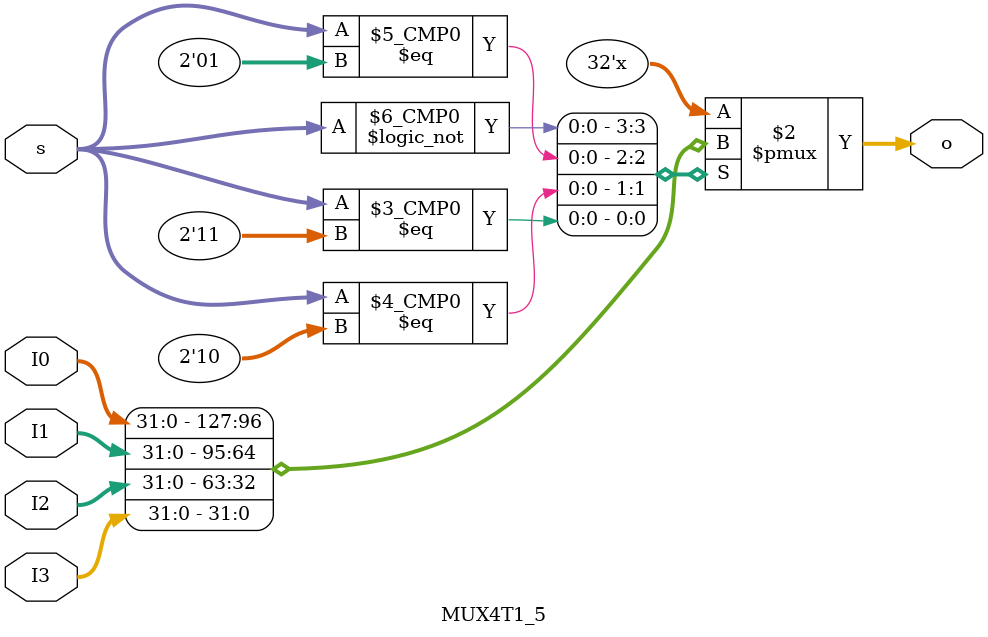
<source format=v>
`timescale 1ns / 1ps


module MUX4T1_5
(
	input [31:0] I0,I1,I2,I3,
	input [1:0] s,
	output reg [31:0] o
);

always@(*)begin
    case (s)
	    2'b00: o = I0;
	    2'b01: o = I1;
        2'b10: o = I2;
	    2'b11: o = I3;
    endcase
end

endmodule
</source>
